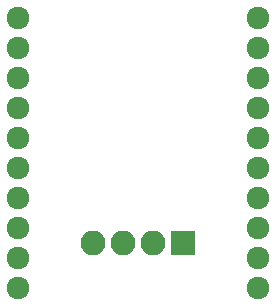
<source format=gbr>
G04 #@! TF.FileFunction,Soldermask,Bot*
%FSLAX46Y46*%
G04 Gerber Fmt 4.6, Leading zero omitted, Abs format (unit mm)*
G04 Created by KiCad (PCBNEW 4.0.6) date Thu Jan  4 19:06:44 2018*
%MOMM*%
%LPD*%
G01*
G04 APERTURE LIST*
%ADD10C,0.100000*%
%ADD11C,1.924000*%
%ADD12R,2.100000X2.100000*%
%ADD13O,2.100000X2.100000*%
G04 APERTURE END LIST*
D10*
D11*
X138430000Y-80010000D03*
X138430000Y-82550000D03*
X138430000Y-85090000D03*
X138430000Y-87630000D03*
X138430000Y-90170000D03*
X138430000Y-92710000D03*
X138430000Y-95250000D03*
X138430000Y-97790000D03*
X138430000Y-100330000D03*
X138430000Y-102870000D03*
X158750000Y-80010000D03*
X158750000Y-82550000D03*
X158750000Y-85090000D03*
X158750000Y-87630000D03*
X158750000Y-90170000D03*
X158750000Y-92710000D03*
X158750000Y-95250000D03*
X158750000Y-97790000D03*
X158750000Y-100330000D03*
X158750000Y-102870000D03*
D12*
X152400000Y-99000000D03*
D13*
X149860000Y-99000000D03*
X147320000Y-99000000D03*
X144780000Y-99000000D03*
M02*

</source>
